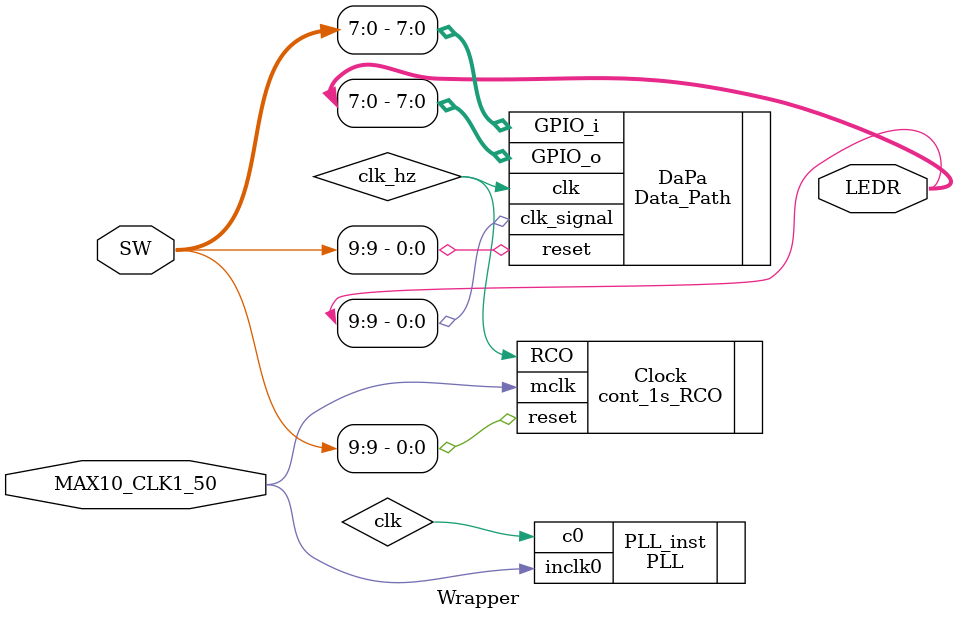
<source format=v>
module Wrapper
(
	input MAX10_CLK1_50,
	input [9:0] SW,
	output [9:0] LEDR
);

wire clk, clk_hz;

PLL	PLL_inst (.inclk0( MAX10_CLK1_50 ), .c0(clk));

cont_1s_RCO Clock(.mclk(MAX10_CLK1_50), .reset(SW[9]), .RCO(clk_hz));

Data_Path DaPa(.clk(clk_hz), .reset(SW[9]), .GPIO_i(SW[7:0]), .clk_signal(LEDR[9]), .GPIO_o(LEDR[7:0]));
endmodule
 
</source>
